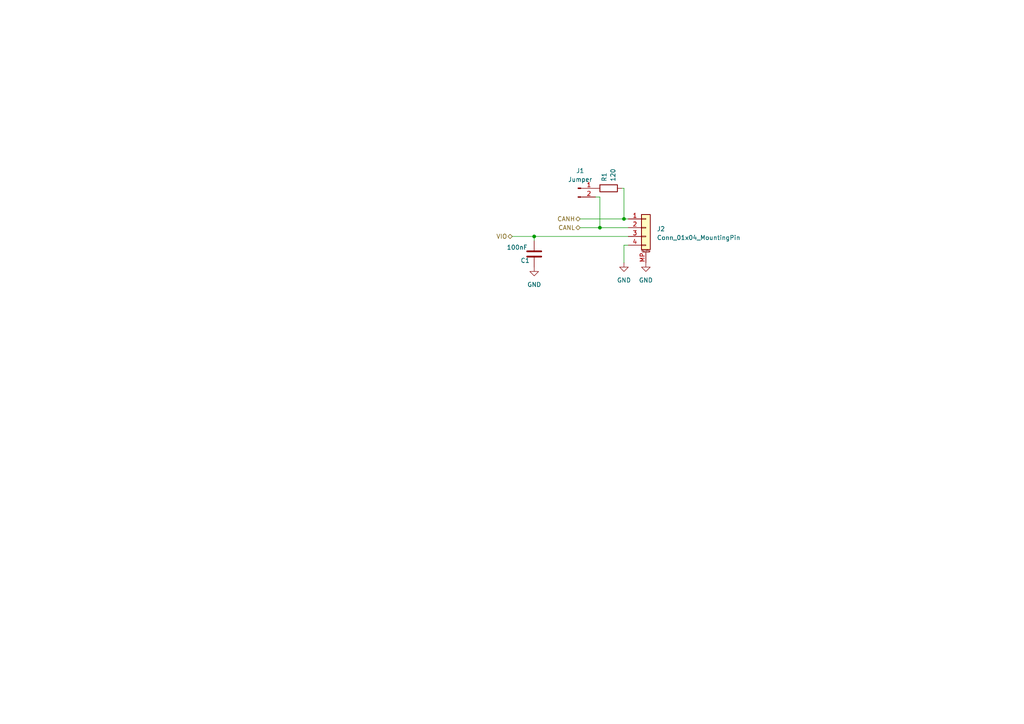
<source format=kicad_sch>
(kicad_sch (version 20231120) (generator "eeschema") (generator_version "8.0")
  (paper "A4")
  (lib_symbols
    (symbol "Connector:Conn_01x02_Pin" (pin_names (offset 1.016) hide)
      (property "Reference" "J" (at 0 2.54 0))
      (property "Value" "Conn_01x02_Pin" (at 0 -5.08 0))
      (symbol "Conn_01x02_Pin_1_1"
        (polyline (pts (xy 1.27 -2.54) (xy 0.8636 -2.54)) (stroke (width 0.1524)))
        (polyline (pts (xy 1.27 0) (xy 0.8636 0)) (stroke (width 0.1524)))
        (rectangle (start 0.8636 -2.413) (end 0 -2.667) (stroke (width 0.1524)) (fill (type outline)))
        (rectangle (start 0.8636 0.127) (end 0 -0.127) (stroke (width 0.1524)) (fill (type outline)))
        (pin passive line (at 5.08 0 180) (length 3.81) (name "Pin_1") (number "1"))
        (pin passive line (at 5.08 -2.54 180) (length 3.81) (name "Pin_2") (number "2"))
      )
    )
    (symbol "Connector_Generic_MountingPin:Conn_01x04_MountingPin" (pin_names (offset 1.016) hide)
      (property "Reference" "J" (at 0 5.08 0))
      (property "Value" "Conn_01x04_MountingPin" (at 1.27 -7.62 0))
      (symbol "Conn_01x04_MountingPin_1_1"
        (rectangle (start -1.27 -4.953) (end 0 -5.207) (stroke (width 0.1524)))
        (rectangle (start -1.27 -2.413) (end 0 -2.667) (stroke (width 0.1524)))
        (rectangle (start -1.27 0.127) (end 0 -0.127) (stroke (width 0.1524)))
        (rectangle (start -1.27 2.667) (end 0 2.413) (stroke (width 0.1524)))
        (rectangle (start -1.27 3.81) (end 1.27 -6.35) (stroke (width 0.254)) (fill (type background)))
        (polyline (pts (xy -1.016 -7.112) (xy 1.016 -7.112)) (stroke (width 0.1524)))
        (text "Mounting" (at 0 -6.731 0) (effects (font (size 0.381 0.381))))
        (pin passive line (at -5.08 2.54 0) (length 3.81) (name "Pin_1") (number "1"))
        (pin passive line (at -5.08 0 0) (length 3.81) (name "Pin_2") (number "2"))
        (pin passive line (at -5.08 -2.54 0) (length 3.81) (name "Pin_3") (number "3"))
        (pin passive line (at -5.08 -5.08 0) (length 3.81) (name "Pin_4") (number "4"))
        (pin passive line (at 0 -10.16 90) (length 3.048) (name "MountPin") (number "MP"))
      )
    )
    (symbol "Device:C" (pin_numbers hide) (pin_names (offset 0.254))
      (property "Reference" "C" (at 0.635 2.54 0))
      (property "Value" "C" (at 0.635 -2.54 0))
      (symbol "C_0_1"
        (polyline (pts (xy -2.032 -0.762) (xy 2.032 -0.762)) (stroke (width 0.508)))
        (polyline (pts (xy -2.032 0.762) (xy 2.032 0.762)) (stroke (width 0.508)))
      )
      (symbol "C_1_1"
        (pin passive line (at 0 3.81 270) (length 2.794) (name "~") (number "1"))
        (pin passive line (at 0 -3.81 90) (length 2.794) (name "~") (number "2"))
      )
    )
    (symbol "Device:R" (pin_numbers hide) (pin_names (offset 0))
      (property "Reference" "R" (at 2.032 0 90))
      (property "Value" "R" (at 0 0 90))
      (symbol "R_0_1"
        (rectangle (start -1.016 -2.54) (end 1.016 2.54) (stroke (width 0.254)))
      )
      (symbol "R_1_1"
        (pin passive line (at 0 3.81 270) (length 1.27) (name "~") (number "1"))
        (pin passive line (at 0 -3.81 90) (length 1.27) (name "~") (number "2"))
      )
    )
    (symbol "power:GND" (power) (pin_names (offset 0))
      (property "Value" "GND" (at 0 -3.81 0))
      (symbol "GND_0_1"
        (polyline (pts (xy 0 0) (xy 0 -1.27) (xy 1.27 -1.27) (xy 0 -2.54) (xy -1.27 -1.27) (xy 0 -1.27)))
      )
      (symbol "GND_1_1"
        (pin power_in line (at 0 0 270) (length 0) hide (name "GND") (number "1"))
      )
    )
  )
  (junction (at 154.94 68.58))
  (junction (at 180.975 63.5))
  (junction (at 173.99 66.04))
  (wire (pts (xy 180.975 71.12) (xy 180.975 76.2)))
  (wire (pts (xy 180.34 54.61) (xy 180.975 54.61)))
  (wire (pts (xy 173.99 57.15) (xy 173.99 66.04)))
  (wire (pts (xy 154.94 68.58) (xy 182.245 68.58)))
  (wire (pts (xy 180.975 63.5) (xy 182.245 63.5)))
  (wire (pts (xy 148.59 68.58) (xy 154.94 68.58)))
  (wire (pts (xy 173.99 66.04) (xy 182.245 66.04)))
  (wire (pts (xy 154.94 68.58) (xy 154.94 69.85)))
  (wire (pts (xy 168.275 63.5) (xy 180.975 63.5)))
  (wire (pts (xy 182.245 71.12) (xy 180.975 71.12)))
  (wire (pts (xy 180.975 54.61) (xy 180.975 63.5)))
  (wire (pts (xy 168.275 66.04) (xy 173.99 66.04)))
  (wire (pts (xy 172.72 57.15) (xy 173.99 57.15)))
  (hierarchical_label "CANH" (shape bidirectional) (at 168.275 63.5 180))
  (hierarchical_label "CANL" (shape bidirectional) (at 168.275 66.04 180))
  (hierarchical_label "VIO" (shape bidirectional) (at 148.59 68.58 180))
  (symbol (lib_id "Connector_Generic_MountingPin:Conn_01x04_MountingPin") (at 187.325 66.04 0) (unit 1)
    (property "Reference" "J2" (at 190.5 66.3956 0) (effects (justify left)))
    (property "Value" "Conn_01x04_MountingPin" (at 190.5 68.9356 0) (effects (justify left)))
    (property "Footprint" "WOBCLibrary:Grove_4P_L_SMD" (effects (hide yes)))
    (instances (project "LoRa" (path "" (reference "J2") (unit 1)) (path "" (reference "J9") (unit 1))))
  )
  (symbol (lib_id "Device:C") (at 154.94 73.66 180) (unit 1)
    (property "Reference" "C1" (at 153.67 75.565 0) (effects (justify left)))
    (property "Value" "100nF" (at 153.035 71.755 0) (effects (justify left)))
    (property "Footprint" "Capacitor_SMD:C_0402_1005Metric" (effects (hide yes)))
    (property "LCSC" "C1525" (effects (hide yes)))
    (instances (project "LoRa" (path "" (reference "C1") (unit 1)) (path "" (reference "C31") (unit 1))))
  )
  (symbol (lib_id "power:GND") (at 187.325 76.2 0) (unit 1)
    (property "Reference" "#PWR0103" (effects (hide yes)))
    (property "Value" "GND" (at 187.325 81.28 0))
    (instances (project "LoRa" (path "" (reference "#PWR0103") (unit 1)) (path "" (reference "#PWR039") (unit 1))))
  )
  (symbol (lib_id "power:GND") (at 154.94 77.47 0) (unit 1)
    (property "Reference" "#PWR0101" (effects (hide yes)))
    (property "Value" "GND" (at 154.94 82.55 0))
    (instances (project "LoRa" (path "" (reference "#PWR0101") (unit 1)) (path "" (reference "#PWR037") (unit 1))))
  )
  (symbol (lib_id "Device:R") (at 176.53 54.61 90) (unit 1)
    (property "Reference" "R1" (at 175.26 52.705 0) (effects (justify left)))
    (property "Value" "120" (at 177.8 52.705 0) (effects (justify left)))
    (property "Footprint" "Resistor_SMD:R_0402_1005Metric" (effects (hide yes)))
    (property "LCSC" "C25079" (effects (hide yes)))
    (instances (project "LoRa" (path "" (reference "R1") (unit 1)) (path "" (reference "R14") (unit 1))))
  )
  (symbol (lib_id "Connector:Conn_01x02_Pin") (at 167.64 54.61 0) (unit 1)
    (property "Reference" "J1" (at 168.275 49.53 0))
    (property "Value" "Jumper" (at 168.275 52.07 0))
    (property "Footprint" "Connector_PinHeader_1.27mm:PinHeader_1x02_P1.27mm_Vertical" (effects (hide yes)))
    (instances (project "LoRa" (path "" (reference "J1") (unit 1)) (path "" (reference "J8") (unit 1))))
  )
  (symbol (lib_id "power:GND") (at 180.975 76.2 0) (unit 1)
    (property "Reference" "#PWR0102" (effects (hide yes)))
    (property "Value" "GND" (at 180.975 81.28 0))
    (instances (project "LoRa" (path "" (reference "#PWR0102") (unit 1)) (path "" (reference "#PWR038") (unit 1))))
  )
)
</source>
